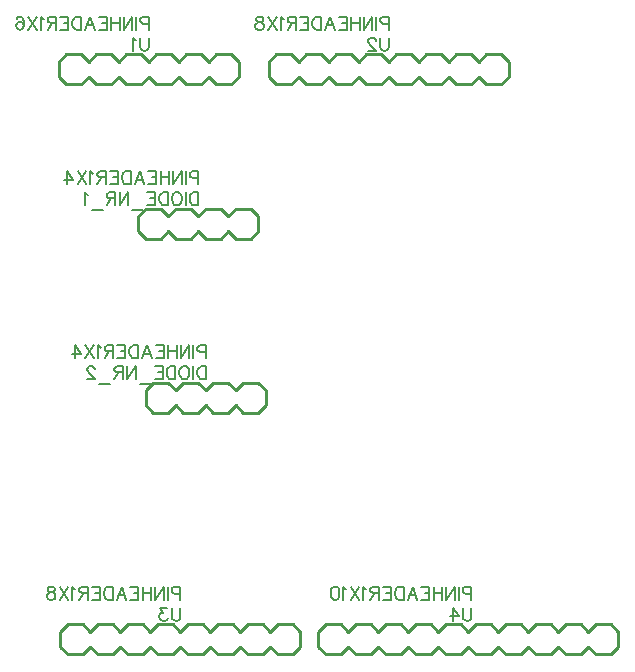
<source format=gbo>
G04 Layer: BottomSilkscreenLayer*
G04 EasyEDA v6.5.14, 2022-08-24 20:25:52*
G04 37d94133e9fb4008a465715c89777dd1,10*
G04 Gerber Generator version 0.2*
G04 Scale: 100 percent, Rotated: No, Reflected: No *
G04 Dimensions in millimeters *
G04 leading zeros omitted , absolute positions ,4 integer and 5 decimal *
%FSLAX45Y45*%
%MOMM*%

%ADD10C,0.1524*%
%ADD11C,0.2540*%

%LPD*%
D10*
X7200900Y10694415D02*
G01*
X7200900Y10585450D01*
X7200900Y10694415D02*
G01*
X7154163Y10694415D01*
X7138670Y10689336D01*
X7133336Y10684002D01*
X7128256Y10673587D01*
X7128256Y10658094D01*
X7133336Y10647679D01*
X7138670Y10642600D01*
X7154163Y10637265D01*
X7200900Y10637265D01*
X7093965Y10694415D02*
G01*
X7093965Y10585450D01*
X7059675Y10694415D02*
G01*
X7059675Y10585450D01*
X7059675Y10694415D02*
G01*
X6986777Y10585450D01*
X6986777Y10694415D02*
G01*
X6986777Y10585450D01*
X6952488Y10694415D02*
G01*
X6952488Y10585450D01*
X6879843Y10694415D02*
G01*
X6879843Y10585450D01*
X6952488Y10642600D02*
G01*
X6879843Y10642600D01*
X6845554Y10694415D02*
G01*
X6845554Y10585450D01*
X6845554Y10694415D02*
G01*
X6777990Y10694415D01*
X6845554Y10642600D02*
G01*
X6803897Y10642600D01*
X6845554Y10585450D02*
G01*
X6777990Y10585450D01*
X6702043Y10694415D02*
G01*
X6743700Y10585450D01*
X6702043Y10694415D02*
G01*
X6660641Y10585450D01*
X6728206Y10621771D02*
G01*
X6676136Y10621771D01*
X6626352Y10694415D02*
G01*
X6626352Y10585450D01*
X6626352Y10694415D02*
G01*
X6590029Y10694415D01*
X6574281Y10689336D01*
X6563868Y10678921D01*
X6558788Y10668508D01*
X6553454Y10652760D01*
X6553454Y10626852D01*
X6558788Y10611358D01*
X6563868Y10600944D01*
X6574281Y10590529D01*
X6590029Y10585450D01*
X6626352Y10585450D01*
X6519163Y10694415D02*
G01*
X6519163Y10585450D01*
X6519163Y10694415D02*
G01*
X6451600Y10694415D01*
X6519163Y10642600D02*
G01*
X6477761Y10642600D01*
X6519163Y10585450D02*
G01*
X6451600Y10585450D01*
X6417309Y10694415D02*
G01*
X6417309Y10585450D01*
X6417309Y10694415D02*
G01*
X6370574Y10694415D01*
X6355079Y10689336D01*
X6350000Y10684002D01*
X6344665Y10673587D01*
X6344665Y10663174D01*
X6350000Y10652760D01*
X6355079Y10647679D01*
X6370574Y10642600D01*
X6417309Y10642600D01*
X6380988Y10642600D02*
G01*
X6344665Y10585450D01*
X6310375Y10673587D02*
G01*
X6299961Y10678921D01*
X6284468Y10694415D01*
X6284468Y10585450D01*
X6250177Y10694415D02*
G01*
X6177279Y10585450D01*
X6177279Y10694415D02*
G01*
X6250177Y10585450D01*
X6080759Y10678921D02*
G01*
X6085840Y10689336D01*
X6101588Y10694415D01*
X6112002Y10694415D01*
X6127495Y10689336D01*
X6137909Y10673587D01*
X6142990Y10647679D01*
X6142990Y10621771D01*
X6137909Y10600944D01*
X6127495Y10590529D01*
X6112002Y10585450D01*
X6106668Y10585450D01*
X6091174Y10590529D01*
X6080759Y10600944D01*
X6075679Y10616437D01*
X6075679Y10621771D01*
X6080759Y10637265D01*
X6091174Y10647679D01*
X6106668Y10652760D01*
X6112002Y10652760D01*
X6127495Y10647679D01*
X6137909Y10637265D01*
X6142990Y10621771D01*
X7200900Y10516615D02*
G01*
X7200900Y10438637D01*
X7195820Y10423144D01*
X7185406Y10412729D01*
X7169658Y10407650D01*
X7159243Y10407650D01*
X7143750Y10412729D01*
X7133336Y10423144D01*
X7128256Y10438637D01*
X7128256Y10516615D01*
X7093965Y10495787D02*
G01*
X7083552Y10501121D01*
X7067804Y10516615D01*
X7067804Y10407650D01*
X9232900Y10694415D02*
G01*
X9232900Y10585450D01*
X9232900Y10694415D02*
G01*
X9186163Y10694415D01*
X9170670Y10689336D01*
X9165336Y10684002D01*
X9160256Y10673587D01*
X9160256Y10658094D01*
X9165336Y10647679D01*
X9170670Y10642600D01*
X9186163Y10637265D01*
X9232900Y10637265D01*
X9125965Y10694415D02*
G01*
X9125965Y10585450D01*
X9091675Y10694415D02*
G01*
X9091675Y10585450D01*
X9091675Y10694415D02*
G01*
X9018777Y10585450D01*
X9018777Y10694415D02*
G01*
X9018777Y10585450D01*
X8984488Y10694415D02*
G01*
X8984488Y10585450D01*
X8911843Y10694415D02*
G01*
X8911843Y10585450D01*
X8984488Y10642600D02*
G01*
X8911843Y10642600D01*
X8877554Y10694415D02*
G01*
X8877554Y10585450D01*
X8877554Y10694415D02*
G01*
X8809990Y10694415D01*
X8877554Y10642600D02*
G01*
X8835897Y10642600D01*
X8877554Y10585450D02*
G01*
X8809990Y10585450D01*
X8734043Y10694415D02*
G01*
X8775700Y10585450D01*
X8734043Y10694415D02*
G01*
X8692641Y10585450D01*
X8760206Y10621771D02*
G01*
X8708136Y10621771D01*
X8658352Y10694415D02*
G01*
X8658352Y10585450D01*
X8658352Y10694415D02*
G01*
X8622029Y10694415D01*
X8606281Y10689336D01*
X8595868Y10678921D01*
X8590788Y10668508D01*
X8585454Y10652760D01*
X8585454Y10626852D01*
X8590788Y10611358D01*
X8595868Y10600944D01*
X8606281Y10590529D01*
X8622029Y10585450D01*
X8658352Y10585450D01*
X8551163Y10694415D02*
G01*
X8551163Y10585450D01*
X8551163Y10694415D02*
G01*
X8483600Y10694415D01*
X8551163Y10642600D02*
G01*
X8509761Y10642600D01*
X8551163Y10585450D02*
G01*
X8483600Y10585450D01*
X8449309Y10694415D02*
G01*
X8449309Y10585450D01*
X8449309Y10694415D02*
G01*
X8402574Y10694415D01*
X8387079Y10689336D01*
X8382000Y10684002D01*
X8376665Y10673587D01*
X8376665Y10663174D01*
X8382000Y10652760D01*
X8387079Y10647679D01*
X8402574Y10642600D01*
X8449309Y10642600D01*
X8412988Y10642600D02*
G01*
X8376665Y10585450D01*
X8342375Y10673587D02*
G01*
X8331961Y10678921D01*
X8316468Y10694415D01*
X8316468Y10585450D01*
X8282177Y10694415D02*
G01*
X8209279Y10585450D01*
X8209279Y10694415D02*
G01*
X8282177Y10585450D01*
X8149081Y10694415D02*
G01*
X8164829Y10689336D01*
X8169909Y10678921D01*
X8169909Y10668508D01*
X8164829Y10658094D01*
X8154415Y10652760D01*
X8133588Y10647679D01*
X8117840Y10642600D01*
X8107679Y10632186D01*
X8102345Y10621771D01*
X8102345Y10606024D01*
X8107679Y10595610D01*
X8112759Y10590529D01*
X8128254Y10585450D01*
X8149081Y10585450D01*
X8164829Y10590529D01*
X8169909Y10595610D01*
X8174990Y10606024D01*
X8174990Y10621771D01*
X8169909Y10632186D01*
X8159495Y10642600D01*
X8144002Y10647679D01*
X8123174Y10652760D01*
X8112759Y10658094D01*
X8107679Y10668508D01*
X8107679Y10678921D01*
X8112759Y10689336D01*
X8128254Y10694415D01*
X8149081Y10694415D01*
X9232900Y10516615D02*
G01*
X9232900Y10438637D01*
X9227820Y10423144D01*
X9217406Y10412729D01*
X9201658Y10407650D01*
X9191243Y10407650D01*
X9175750Y10412729D01*
X9165336Y10423144D01*
X9160256Y10438637D01*
X9160256Y10516615D01*
X9120631Y10490708D02*
G01*
X9120631Y10495787D01*
X9115552Y10506202D01*
X9110218Y10511536D01*
X9099804Y10516615D01*
X9079229Y10516615D01*
X9068815Y10511536D01*
X9063481Y10506202D01*
X9058402Y10495787D01*
X9058402Y10485374D01*
X9063481Y10474960D01*
X9073895Y10459465D01*
X9125965Y10407650D01*
X9053068Y10407650D01*
X7467600Y5868415D02*
G01*
X7467600Y5759450D01*
X7467600Y5868415D02*
G01*
X7420863Y5868415D01*
X7405370Y5863336D01*
X7400036Y5858002D01*
X7394956Y5847587D01*
X7394956Y5832094D01*
X7400036Y5821679D01*
X7405370Y5816600D01*
X7420863Y5811265D01*
X7467600Y5811265D01*
X7360665Y5868415D02*
G01*
X7360665Y5759450D01*
X7326375Y5868415D02*
G01*
X7326375Y5759450D01*
X7326375Y5868415D02*
G01*
X7253477Y5759450D01*
X7253477Y5868415D02*
G01*
X7253477Y5759450D01*
X7219188Y5868415D02*
G01*
X7219188Y5759450D01*
X7146543Y5868415D02*
G01*
X7146543Y5759450D01*
X7219188Y5816600D02*
G01*
X7146543Y5816600D01*
X7112254Y5868415D02*
G01*
X7112254Y5759450D01*
X7112254Y5868415D02*
G01*
X7044690Y5868415D01*
X7112254Y5816600D02*
G01*
X7070597Y5816600D01*
X7112254Y5759450D02*
G01*
X7044690Y5759450D01*
X6968743Y5868415D02*
G01*
X7010400Y5759450D01*
X6968743Y5868415D02*
G01*
X6927341Y5759450D01*
X6994906Y5795771D02*
G01*
X6942836Y5795771D01*
X6893052Y5868415D02*
G01*
X6893052Y5759450D01*
X6893052Y5868415D02*
G01*
X6856729Y5868415D01*
X6840981Y5863336D01*
X6830568Y5852921D01*
X6825488Y5842507D01*
X6820154Y5826760D01*
X6820154Y5800852D01*
X6825488Y5785357D01*
X6830568Y5774944D01*
X6840981Y5764529D01*
X6856729Y5759450D01*
X6893052Y5759450D01*
X6785863Y5868415D02*
G01*
X6785863Y5759450D01*
X6785863Y5868415D02*
G01*
X6718300Y5868415D01*
X6785863Y5816600D02*
G01*
X6744461Y5816600D01*
X6785863Y5759450D02*
G01*
X6718300Y5759450D01*
X6684009Y5868415D02*
G01*
X6684009Y5759450D01*
X6684009Y5868415D02*
G01*
X6637274Y5868415D01*
X6621779Y5863336D01*
X6616700Y5858002D01*
X6611365Y5847587D01*
X6611365Y5837173D01*
X6616700Y5826760D01*
X6621779Y5821679D01*
X6637274Y5816600D01*
X6684009Y5816600D01*
X6647688Y5816600D02*
G01*
X6611365Y5759450D01*
X6577075Y5847587D02*
G01*
X6566661Y5852921D01*
X6551168Y5868415D01*
X6551168Y5759450D01*
X6516877Y5868415D02*
G01*
X6443979Y5759450D01*
X6443979Y5868415D02*
G01*
X6516877Y5759450D01*
X6383781Y5868415D02*
G01*
X6399529Y5863336D01*
X6404609Y5852921D01*
X6404609Y5842507D01*
X6399529Y5832094D01*
X6389115Y5826760D01*
X6368288Y5821679D01*
X6352540Y5816600D01*
X6342379Y5806186D01*
X6337045Y5795771D01*
X6337045Y5780023D01*
X6342379Y5769610D01*
X6347459Y5764529D01*
X6362954Y5759450D01*
X6383781Y5759450D01*
X6399529Y5764529D01*
X6404609Y5769610D01*
X6409690Y5780023D01*
X6409690Y5795771D01*
X6404609Y5806186D01*
X6394195Y5816600D01*
X6378702Y5821679D01*
X6357874Y5826760D01*
X6347459Y5832094D01*
X6342379Y5842507D01*
X6342379Y5852921D01*
X6347459Y5863336D01*
X6362954Y5868415D01*
X6383781Y5868415D01*
X7467600Y5690615D02*
G01*
X7467600Y5612637D01*
X7462520Y5597144D01*
X7452106Y5586729D01*
X7436358Y5581650D01*
X7425943Y5581650D01*
X7410450Y5586729D01*
X7400036Y5597144D01*
X7394956Y5612637D01*
X7394956Y5690615D01*
X7350252Y5690615D02*
G01*
X7293102Y5690615D01*
X7324090Y5648960D01*
X7308595Y5648960D01*
X7298181Y5643879D01*
X7293102Y5638800D01*
X7287768Y5623052D01*
X7287768Y5612637D01*
X7293102Y5597144D01*
X7303515Y5586729D01*
X7319009Y5581650D01*
X7334504Y5581650D01*
X7350252Y5586729D01*
X7355331Y5591810D01*
X7360665Y5602223D01*
X9931400Y5868415D02*
G01*
X9931400Y5759450D01*
X9931400Y5868415D02*
G01*
X9884663Y5868415D01*
X9869170Y5863336D01*
X9863836Y5858002D01*
X9858756Y5847587D01*
X9858756Y5832094D01*
X9863836Y5821679D01*
X9869170Y5816600D01*
X9884663Y5811265D01*
X9931400Y5811265D01*
X9824465Y5868415D02*
G01*
X9824465Y5759450D01*
X9790175Y5868415D02*
G01*
X9790175Y5759450D01*
X9790175Y5868415D02*
G01*
X9717277Y5759450D01*
X9717277Y5868415D02*
G01*
X9717277Y5759450D01*
X9682988Y5868415D02*
G01*
X9682988Y5759450D01*
X9610343Y5868415D02*
G01*
X9610343Y5759450D01*
X9682988Y5816600D02*
G01*
X9610343Y5816600D01*
X9576054Y5868415D02*
G01*
X9576054Y5759450D01*
X9576054Y5868415D02*
G01*
X9508490Y5868415D01*
X9576054Y5816600D02*
G01*
X9534397Y5816600D01*
X9576054Y5759450D02*
G01*
X9508490Y5759450D01*
X9432543Y5868415D02*
G01*
X9474200Y5759450D01*
X9432543Y5868415D02*
G01*
X9391141Y5759450D01*
X9458706Y5795771D02*
G01*
X9406636Y5795771D01*
X9356852Y5868415D02*
G01*
X9356852Y5759450D01*
X9356852Y5868415D02*
G01*
X9320529Y5868415D01*
X9304781Y5863336D01*
X9294368Y5852921D01*
X9289288Y5842507D01*
X9283954Y5826760D01*
X9283954Y5800852D01*
X9289288Y5785357D01*
X9294368Y5774944D01*
X9304781Y5764529D01*
X9320529Y5759450D01*
X9356852Y5759450D01*
X9249663Y5868415D02*
G01*
X9249663Y5759450D01*
X9249663Y5868415D02*
G01*
X9182100Y5868415D01*
X9249663Y5816600D02*
G01*
X9208261Y5816600D01*
X9249663Y5759450D02*
G01*
X9182100Y5759450D01*
X9147809Y5868415D02*
G01*
X9147809Y5759450D01*
X9147809Y5868415D02*
G01*
X9101074Y5868415D01*
X9085579Y5863336D01*
X9080500Y5858002D01*
X9075165Y5847587D01*
X9075165Y5837173D01*
X9080500Y5826760D01*
X9085579Y5821679D01*
X9101074Y5816600D01*
X9147809Y5816600D01*
X9111488Y5816600D02*
G01*
X9075165Y5759450D01*
X9040875Y5847587D02*
G01*
X9030461Y5852921D01*
X9014968Y5868415D01*
X9014968Y5759450D01*
X8980677Y5868415D02*
G01*
X8907779Y5759450D01*
X8907779Y5868415D02*
G01*
X8980677Y5759450D01*
X8873490Y5847587D02*
G01*
X8863329Y5852921D01*
X8847581Y5868415D01*
X8847581Y5759450D01*
X8782050Y5868415D02*
G01*
X8797797Y5863336D01*
X8808211Y5847587D01*
X8813291Y5821679D01*
X8813291Y5806186D01*
X8808211Y5780023D01*
X8797797Y5764529D01*
X8782050Y5759450D01*
X8771890Y5759450D01*
X8756141Y5764529D01*
X8745727Y5780023D01*
X8740647Y5806186D01*
X8740647Y5821679D01*
X8745727Y5847587D01*
X8756141Y5863336D01*
X8771890Y5868415D01*
X8782050Y5868415D01*
X9931400Y5690615D02*
G01*
X9931400Y5612637D01*
X9926320Y5597144D01*
X9915906Y5586729D01*
X9900158Y5581650D01*
X9889743Y5581650D01*
X9874250Y5586729D01*
X9863836Y5597144D01*
X9858756Y5612637D01*
X9858756Y5690615D01*
X9772395Y5690615D02*
G01*
X9824465Y5617971D01*
X9746488Y5617971D01*
X9772395Y5690615D02*
G01*
X9772395Y5581650D01*
X7620000Y9386315D02*
G01*
X7620000Y9277350D01*
X7620000Y9386315D02*
G01*
X7573263Y9386315D01*
X7557770Y9381236D01*
X7552436Y9375902D01*
X7547356Y9365487D01*
X7547356Y9349994D01*
X7552436Y9339579D01*
X7557770Y9334500D01*
X7573263Y9329165D01*
X7620000Y9329165D01*
X7513065Y9386315D02*
G01*
X7513065Y9277350D01*
X7478775Y9386315D02*
G01*
X7478775Y9277350D01*
X7478775Y9386315D02*
G01*
X7405877Y9277350D01*
X7405877Y9386315D02*
G01*
X7405877Y9277350D01*
X7371588Y9386315D02*
G01*
X7371588Y9277350D01*
X7298943Y9386315D02*
G01*
X7298943Y9277350D01*
X7371588Y9334500D02*
G01*
X7298943Y9334500D01*
X7264654Y9386315D02*
G01*
X7264654Y9277350D01*
X7264654Y9386315D02*
G01*
X7197090Y9386315D01*
X7264654Y9334500D02*
G01*
X7222997Y9334500D01*
X7264654Y9277350D02*
G01*
X7197090Y9277350D01*
X7121143Y9386315D02*
G01*
X7162800Y9277350D01*
X7121143Y9386315D02*
G01*
X7079741Y9277350D01*
X7147306Y9313671D02*
G01*
X7095236Y9313671D01*
X7045452Y9386315D02*
G01*
X7045452Y9277350D01*
X7045452Y9386315D02*
G01*
X7009129Y9386315D01*
X6993381Y9381236D01*
X6982968Y9370821D01*
X6977888Y9360408D01*
X6972554Y9344660D01*
X6972554Y9318752D01*
X6977888Y9303258D01*
X6982968Y9292844D01*
X6993381Y9282429D01*
X7009129Y9277350D01*
X7045452Y9277350D01*
X6938263Y9386315D02*
G01*
X6938263Y9277350D01*
X6938263Y9386315D02*
G01*
X6870700Y9386315D01*
X6938263Y9334500D02*
G01*
X6896861Y9334500D01*
X6938263Y9277350D02*
G01*
X6870700Y9277350D01*
X6836409Y9386315D02*
G01*
X6836409Y9277350D01*
X6836409Y9386315D02*
G01*
X6789674Y9386315D01*
X6774179Y9381236D01*
X6769100Y9375902D01*
X6763765Y9365487D01*
X6763765Y9355074D01*
X6769100Y9344660D01*
X6774179Y9339579D01*
X6789674Y9334500D01*
X6836409Y9334500D01*
X6800088Y9334500D02*
G01*
X6763765Y9277350D01*
X6729475Y9365487D02*
G01*
X6719061Y9370821D01*
X6703568Y9386315D01*
X6703568Y9277350D01*
X6669277Y9386315D02*
G01*
X6596379Y9277350D01*
X6596379Y9386315D02*
G01*
X6669277Y9277350D01*
X6510274Y9386315D02*
G01*
X6562090Y9313671D01*
X6484365Y9313671D01*
X6510274Y9386315D02*
G01*
X6510274Y9277350D01*
X7620000Y9208515D02*
G01*
X7620000Y9099550D01*
X7620000Y9208515D02*
G01*
X7583677Y9208515D01*
X7567929Y9203436D01*
X7557770Y9193021D01*
X7552436Y9182608D01*
X7547356Y9166860D01*
X7547356Y9140952D01*
X7552436Y9125458D01*
X7557770Y9115044D01*
X7567929Y9104629D01*
X7583677Y9099550D01*
X7620000Y9099550D01*
X7513065Y9208515D02*
G01*
X7513065Y9099550D01*
X7447534Y9208515D02*
G01*
X7457947Y9203436D01*
X7468361Y9193021D01*
X7473441Y9182608D01*
X7478775Y9166860D01*
X7478775Y9140952D01*
X7473441Y9125458D01*
X7468361Y9115044D01*
X7457947Y9104629D01*
X7447534Y9099550D01*
X7426706Y9099550D01*
X7416291Y9104629D01*
X7405877Y9115044D01*
X7400797Y9125458D01*
X7395463Y9140952D01*
X7395463Y9166860D01*
X7400797Y9182608D01*
X7405877Y9193021D01*
X7416291Y9203436D01*
X7426706Y9208515D01*
X7447534Y9208515D01*
X7361174Y9208515D02*
G01*
X7361174Y9099550D01*
X7361174Y9208515D02*
G01*
X7324852Y9208515D01*
X7309358Y9203436D01*
X7298943Y9193021D01*
X7293609Y9182608D01*
X7288529Y9166860D01*
X7288529Y9140952D01*
X7293609Y9125458D01*
X7298943Y9115044D01*
X7309358Y9104629D01*
X7324852Y9099550D01*
X7361174Y9099550D01*
X7254240Y9208515D02*
G01*
X7254240Y9099550D01*
X7254240Y9208515D02*
G01*
X7186675Y9208515D01*
X7254240Y9156700D02*
G01*
X7212584Y9156700D01*
X7254240Y9099550D02*
G01*
X7186675Y9099550D01*
X7152386Y9062974D02*
G01*
X7058913Y9062974D01*
X7024624Y9208515D02*
G01*
X7024624Y9099550D01*
X7024624Y9208515D02*
G01*
X6951979Y9099550D01*
X6951979Y9208515D02*
G01*
X6951979Y9099550D01*
X6917690Y9208515D02*
G01*
X6917690Y9099550D01*
X6917690Y9208515D02*
G01*
X6870700Y9208515D01*
X6855206Y9203436D01*
X6850125Y9198102D01*
X6844791Y9187687D01*
X6844791Y9177274D01*
X6850125Y9166860D01*
X6855206Y9161779D01*
X6870700Y9156700D01*
X6917690Y9156700D01*
X6881113Y9156700D02*
G01*
X6844791Y9099550D01*
X6810502Y9062974D02*
G01*
X6717029Y9062974D01*
X6682740Y9187687D02*
G01*
X6672325Y9193021D01*
X6656831Y9208515D01*
X6656831Y9099550D01*
X7683500Y7913115D02*
G01*
X7683500Y7804150D01*
X7683500Y7913115D02*
G01*
X7636763Y7913115D01*
X7621270Y7908036D01*
X7615936Y7902702D01*
X7610856Y7892287D01*
X7610856Y7876794D01*
X7615936Y7866379D01*
X7621270Y7861300D01*
X7636763Y7855965D01*
X7683500Y7855965D01*
X7576565Y7913115D02*
G01*
X7576565Y7804150D01*
X7542275Y7913115D02*
G01*
X7542275Y7804150D01*
X7542275Y7913115D02*
G01*
X7469377Y7804150D01*
X7469377Y7913115D02*
G01*
X7469377Y7804150D01*
X7435088Y7913115D02*
G01*
X7435088Y7804150D01*
X7362443Y7913115D02*
G01*
X7362443Y7804150D01*
X7435088Y7861300D02*
G01*
X7362443Y7861300D01*
X7328154Y7913115D02*
G01*
X7328154Y7804150D01*
X7328154Y7913115D02*
G01*
X7260590Y7913115D01*
X7328154Y7861300D02*
G01*
X7286497Y7861300D01*
X7328154Y7804150D02*
G01*
X7260590Y7804150D01*
X7184643Y7913115D02*
G01*
X7226300Y7804150D01*
X7184643Y7913115D02*
G01*
X7143241Y7804150D01*
X7210806Y7840471D02*
G01*
X7158736Y7840471D01*
X7108952Y7913115D02*
G01*
X7108952Y7804150D01*
X7108952Y7913115D02*
G01*
X7072629Y7913115D01*
X7056881Y7908036D01*
X7046468Y7897621D01*
X7041388Y7887208D01*
X7036054Y7871460D01*
X7036054Y7845552D01*
X7041388Y7830058D01*
X7046468Y7819644D01*
X7056881Y7809229D01*
X7072629Y7804150D01*
X7108952Y7804150D01*
X7001763Y7913115D02*
G01*
X7001763Y7804150D01*
X7001763Y7913115D02*
G01*
X6934200Y7913115D01*
X7001763Y7861300D02*
G01*
X6960361Y7861300D01*
X7001763Y7804150D02*
G01*
X6934200Y7804150D01*
X6899909Y7913115D02*
G01*
X6899909Y7804150D01*
X6899909Y7913115D02*
G01*
X6853174Y7913115D01*
X6837679Y7908036D01*
X6832600Y7902702D01*
X6827265Y7892287D01*
X6827265Y7881873D01*
X6832600Y7871460D01*
X6837679Y7866379D01*
X6853174Y7861300D01*
X6899909Y7861300D01*
X6863588Y7861300D02*
G01*
X6827265Y7804150D01*
X6792975Y7892287D02*
G01*
X6782561Y7897621D01*
X6767068Y7913115D01*
X6767068Y7804150D01*
X6732777Y7913115D02*
G01*
X6659879Y7804150D01*
X6659879Y7913115D02*
G01*
X6732777Y7804150D01*
X6573774Y7913115D02*
G01*
X6625590Y7840471D01*
X6547865Y7840471D01*
X6573774Y7913115D02*
G01*
X6573774Y7804150D01*
X7683500Y7735315D02*
G01*
X7683500Y7626350D01*
X7683500Y7735315D02*
G01*
X7647177Y7735315D01*
X7631429Y7730236D01*
X7621270Y7719821D01*
X7615936Y7709408D01*
X7610856Y7693660D01*
X7610856Y7667752D01*
X7615936Y7652258D01*
X7621270Y7641844D01*
X7631429Y7631429D01*
X7647177Y7626350D01*
X7683500Y7626350D01*
X7576565Y7735315D02*
G01*
X7576565Y7626350D01*
X7511034Y7735315D02*
G01*
X7521447Y7730236D01*
X7531861Y7719821D01*
X7536941Y7709408D01*
X7542275Y7693660D01*
X7542275Y7667752D01*
X7536941Y7652258D01*
X7531861Y7641844D01*
X7521447Y7631429D01*
X7511034Y7626350D01*
X7490206Y7626350D01*
X7479791Y7631429D01*
X7469377Y7641844D01*
X7464297Y7652258D01*
X7458963Y7667752D01*
X7458963Y7693660D01*
X7464297Y7709408D01*
X7469377Y7719821D01*
X7479791Y7730236D01*
X7490206Y7735315D01*
X7511034Y7735315D01*
X7424674Y7735315D02*
G01*
X7424674Y7626350D01*
X7424674Y7735315D02*
G01*
X7388352Y7735315D01*
X7372858Y7730236D01*
X7362443Y7719821D01*
X7357109Y7709408D01*
X7352029Y7693660D01*
X7352029Y7667752D01*
X7357109Y7652258D01*
X7362443Y7641844D01*
X7372858Y7631429D01*
X7388352Y7626350D01*
X7424674Y7626350D01*
X7317740Y7735315D02*
G01*
X7317740Y7626350D01*
X7317740Y7735315D02*
G01*
X7250175Y7735315D01*
X7317740Y7683500D02*
G01*
X7276084Y7683500D01*
X7317740Y7626350D02*
G01*
X7250175Y7626350D01*
X7215886Y7589773D02*
G01*
X7122413Y7589773D01*
X7088124Y7735315D02*
G01*
X7088124Y7626350D01*
X7088124Y7735315D02*
G01*
X7015479Y7626350D01*
X7015479Y7735315D02*
G01*
X7015479Y7626350D01*
X6981190Y7735315D02*
G01*
X6981190Y7626350D01*
X6981190Y7735315D02*
G01*
X6934200Y7735315D01*
X6918706Y7730236D01*
X6913625Y7724902D01*
X6908291Y7714487D01*
X6908291Y7704073D01*
X6913625Y7693660D01*
X6918706Y7688579D01*
X6934200Y7683500D01*
X6981190Y7683500D01*
X6944613Y7683500D02*
G01*
X6908291Y7626350D01*
X6874002Y7589773D02*
G01*
X6780529Y7589773D01*
X6741159Y7709408D02*
G01*
X6741159Y7714487D01*
X6735825Y7724902D01*
X6730745Y7730236D01*
X6720331Y7735315D01*
X6699504Y7735315D01*
X6689090Y7730236D01*
X6684009Y7724902D01*
X6678675Y7714487D01*
X6678675Y7704073D01*
X6684009Y7693660D01*
X6694170Y7678165D01*
X6746240Y7626350D01*
X6673595Y7626350D01*
D11*
X7200900Y10185400D02*
G01*
X7264400Y10121900D01*
X7391400Y10121900D01*
X7454900Y10185400D01*
X7454900Y10312400D02*
G01*
X7518400Y10375900D01*
X7645400Y10375900D01*
X7708900Y10312400D01*
X7454900Y10185400D02*
G01*
X7518400Y10121900D01*
X7645400Y10121900D01*
X7708900Y10185400D01*
X6438900Y10312400D02*
G01*
X6438900Y10185400D01*
X7708900Y10312400D02*
G01*
X7772400Y10375900D01*
X7899400Y10375900D01*
X7962900Y10312400D01*
X7708900Y10185400D02*
G01*
X7772400Y10121900D01*
X7899400Y10121900D01*
X7962900Y10185400D01*
X7962900Y10312400D02*
G01*
X7962900Y10185400D01*
X7200900Y10312400D02*
G01*
X7264400Y10375900D01*
X7391400Y10375900D01*
X7454900Y10312400D01*
X6946900Y10312400D02*
G01*
X7010400Y10375900D01*
X7137400Y10375900D01*
X7200900Y10312400D01*
X6946900Y10185400D02*
G01*
X7010400Y10121900D01*
X7137400Y10121900D01*
X7200900Y10185400D01*
X6692900Y10312400D02*
G01*
X6756400Y10375900D01*
X6883400Y10375900D01*
X6946900Y10312400D01*
X6692900Y10185400D02*
G01*
X6756400Y10121900D01*
X6883400Y10121900D01*
X6946900Y10185400D01*
X6438900Y10312400D02*
G01*
X6502400Y10375900D01*
X6629400Y10375900D01*
X6692900Y10312400D01*
X6438900Y10185400D02*
G01*
X6502400Y10121900D01*
X6629400Y10121900D01*
X6692900Y10185400D01*
X9486900Y10185400D02*
G01*
X9550400Y10121900D01*
X9677400Y10121900D01*
X9740900Y10185400D01*
X9740900Y10312400D02*
G01*
X9804400Y10375900D01*
X9931400Y10375900D01*
X9994900Y10312400D01*
X9740900Y10185400D02*
G01*
X9804400Y10121900D01*
X9931400Y10121900D01*
X9994900Y10185400D01*
X8216900Y10312400D02*
G01*
X8216900Y10185400D01*
X9994900Y10312400D02*
G01*
X10058400Y10375900D01*
X10185400Y10375900D01*
X10248900Y10312400D01*
X9994900Y10185400D02*
G01*
X10058400Y10121900D01*
X10185400Y10121900D01*
X10248900Y10185400D01*
X10248900Y10312400D02*
G01*
X10248900Y10185400D01*
X9486900Y10312400D02*
G01*
X9550400Y10375900D01*
X9677400Y10375900D01*
X9740900Y10312400D01*
X9232900Y10312400D02*
G01*
X9296400Y10375900D01*
X9423400Y10375900D01*
X9486900Y10312400D01*
X9232900Y10185400D02*
G01*
X9296400Y10121900D01*
X9423400Y10121900D01*
X9486900Y10185400D01*
X8978900Y10312400D02*
G01*
X9042400Y10375900D01*
X9169400Y10375900D01*
X9232900Y10312400D01*
X8978900Y10185400D02*
G01*
X9042400Y10121900D01*
X9169400Y10121900D01*
X9232900Y10185400D01*
X8724900Y10312400D02*
G01*
X8788400Y10375900D01*
X8915400Y10375900D01*
X8978900Y10312400D01*
X8724900Y10185400D02*
G01*
X8788400Y10121900D01*
X8915400Y10121900D01*
X8978900Y10185400D01*
X8470900Y10312400D02*
G01*
X8534400Y10375900D01*
X8661400Y10375900D01*
X8724900Y10312400D01*
X8216900Y10312400D02*
G01*
X8280400Y10375900D01*
X8407400Y10375900D01*
X8470900Y10312400D01*
X8470900Y10185400D02*
G01*
X8534400Y10121900D01*
X8661400Y10121900D01*
X8724900Y10185400D01*
X8216900Y10185400D02*
G01*
X8280400Y10121900D01*
X8407400Y10121900D01*
X8470900Y10185400D01*
X7721600Y5359400D02*
G01*
X7785100Y5295900D01*
X7912100Y5295900D01*
X7975600Y5359400D01*
X7975600Y5486400D02*
G01*
X8039100Y5549900D01*
X8166100Y5549900D01*
X8229600Y5486400D01*
X7975600Y5359400D02*
G01*
X8039100Y5295900D01*
X8166100Y5295900D01*
X8229600Y5359400D01*
X6451600Y5486400D02*
G01*
X6451600Y5359400D01*
X8229600Y5486400D02*
G01*
X8293100Y5549900D01*
X8420100Y5549900D01*
X8483600Y5486400D01*
X8229600Y5359400D02*
G01*
X8293100Y5295900D01*
X8420100Y5295900D01*
X8483600Y5359400D01*
X8483600Y5486400D02*
G01*
X8483600Y5359400D01*
X7721600Y5486400D02*
G01*
X7785100Y5549900D01*
X7912100Y5549900D01*
X7975600Y5486400D01*
X7467600Y5486400D02*
G01*
X7531100Y5549900D01*
X7658100Y5549900D01*
X7721600Y5486400D01*
X7467600Y5359400D02*
G01*
X7531100Y5295900D01*
X7658100Y5295900D01*
X7721600Y5359400D01*
X7213600Y5486400D02*
G01*
X7277100Y5549900D01*
X7404100Y5549900D01*
X7467600Y5486400D01*
X7213600Y5359400D02*
G01*
X7277100Y5295900D01*
X7404100Y5295900D01*
X7467600Y5359400D01*
X6959600Y5486400D02*
G01*
X7023100Y5549900D01*
X7150100Y5549900D01*
X7213600Y5486400D01*
X6959600Y5359400D02*
G01*
X7023100Y5295900D01*
X7150100Y5295900D01*
X7213600Y5359400D01*
X6705600Y5486400D02*
G01*
X6769100Y5549900D01*
X6896100Y5549900D01*
X6959600Y5486400D01*
X6451600Y5486400D02*
G01*
X6515100Y5549900D01*
X6642100Y5549900D01*
X6705600Y5486400D01*
X6705600Y5359400D02*
G01*
X6769100Y5295900D01*
X6896100Y5295900D01*
X6959600Y5359400D01*
X6451600Y5359400D02*
G01*
X6515100Y5295900D01*
X6642100Y5295900D01*
X6705600Y5359400D01*
X8890002Y5359400D02*
G01*
X8953502Y5295900D01*
X9080502Y5295900D01*
X9144002Y5359400D01*
X9144000Y5359400D02*
G01*
X9207500Y5295900D01*
X9334500Y5295900D01*
X9398000Y5359400D01*
X8636002Y5486400D02*
G01*
X8699502Y5549900D01*
X8826502Y5549900D01*
X8890002Y5486400D01*
X8890002Y5486400D02*
G01*
X8953502Y5549900D01*
X9080502Y5549900D01*
X9144002Y5486400D01*
X9144000Y5486400D02*
G01*
X9207500Y5549900D01*
X9334500Y5549900D01*
X9398000Y5486400D01*
X8636002Y5486400D02*
G01*
X8636002Y5359400D01*
X10414000Y5359400D02*
G01*
X10477500Y5295900D01*
X10604500Y5295900D01*
X10668000Y5359400D01*
X10668000Y5486400D02*
G01*
X10731500Y5549900D01*
X10858500Y5549900D01*
X10922000Y5486400D01*
X10668000Y5359400D02*
G01*
X10731500Y5295900D01*
X10858500Y5295900D01*
X10922000Y5359400D01*
X10922000Y5486400D02*
G01*
X10985500Y5549900D01*
X11112500Y5549900D01*
X11176000Y5486400D01*
X10922000Y5359400D02*
G01*
X10985500Y5295900D01*
X11112500Y5295900D01*
X11176000Y5359400D01*
X11176000Y5486400D02*
G01*
X11176000Y5359400D01*
X10414000Y5486400D02*
G01*
X10477500Y5549900D01*
X10604500Y5549900D01*
X10668000Y5486400D01*
X10160000Y5486400D02*
G01*
X10223500Y5549900D01*
X10350500Y5549900D01*
X10414000Y5486400D01*
X10160000Y5359400D02*
G01*
X10223500Y5295900D01*
X10350500Y5295900D01*
X10414000Y5359400D01*
X9906000Y5486400D02*
G01*
X9969500Y5549900D01*
X10096500Y5549900D01*
X10160000Y5486400D01*
X9906000Y5359400D02*
G01*
X9969500Y5295900D01*
X10096500Y5295900D01*
X10160000Y5359400D01*
X9652000Y5486400D02*
G01*
X9715500Y5549900D01*
X9842500Y5549900D01*
X9906000Y5486400D01*
X9652000Y5359400D02*
G01*
X9715500Y5295900D01*
X9842500Y5295900D01*
X9906000Y5359400D01*
X9398000Y5486400D02*
G01*
X9461500Y5549900D01*
X9588500Y5549900D01*
X9652000Y5486400D01*
X9398000Y5359400D02*
G01*
X9461500Y5295900D01*
X9588500Y5295900D01*
X9652000Y5359400D01*
X8636002Y5359400D02*
G01*
X8699502Y5295900D01*
X8826502Y5295900D01*
X8890002Y5359400D01*
X7366000Y8877300D02*
G01*
X7429500Y8813800D01*
X7556500Y8813800D01*
X7620000Y8877300D01*
X7620000Y9004300D02*
G01*
X7683500Y9067800D01*
X7810500Y9067800D01*
X7874000Y9004300D01*
X7620000Y8877300D02*
G01*
X7683500Y8813800D01*
X7810500Y8813800D01*
X7874000Y8877300D01*
X7112000Y9004300D02*
G01*
X7112000Y8877300D01*
X7874000Y9004300D02*
G01*
X7937500Y9067800D01*
X8064500Y9067800D01*
X8128000Y9004300D01*
X7874000Y8877300D02*
G01*
X7937500Y8813800D01*
X8064500Y8813800D01*
X8128000Y8877300D01*
X8128000Y9004300D02*
G01*
X8128000Y8877300D01*
X7366000Y9004300D02*
G01*
X7429500Y9067800D01*
X7556500Y9067800D01*
X7620000Y9004300D01*
X7112000Y9004300D02*
G01*
X7175500Y9067800D01*
X7302500Y9067800D01*
X7366000Y9004300D01*
X7112000Y8877300D02*
G01*
X7175500Y8813800D01*
X7302500Y8813800D01*
X7366000Y8877300D01*
X7429500Y7404100D02*
G01*
X7493000Y7340600D01*
X7620000Y7340600D01*
X7683500Y7404100D01*
X7683500Y7531100D02*
G01*
X7747000Y7594600D01*
X7874000Y7594600D01*
X7937500Y7531100D01*
X7683500Y7404100D02*
G01*
X7747000Y7340600D01*
X7874000Y7340600D01*
X7937500Y7404100D01*
X7175500Y7531100D02*
G01*
X7175500Y7404100D01*
X7937500Y7531100D02*
G01*
X8001000Y7594600D01*
X8128000Y7594600D01*
X8191500Y7531100D01*
X7937500Y7404100D02*
G01*
X8001000Y7340600D01*
X8128000Y7340600D01*
X8191500Y7404100D01*
X8191500Y7531100D02*
G01*
X8191500Y7404100D01*
X7429500Y7531100D02*
G01*
X7493000Y7594600D01*
X7620000Y7594600D01*
X7683500Y7531100D01*
X7175500Y7531100D02*
G01*
X7239000Y7594600D01*
X7366000Y7594600D01*
X7429500Y7531100D01*
X7175500Y7404100D02*
G01*
X7239000Y7340600D01*
X7366000Y7340600D01*
X7429500Y7404100D01*
M02*

</source>
